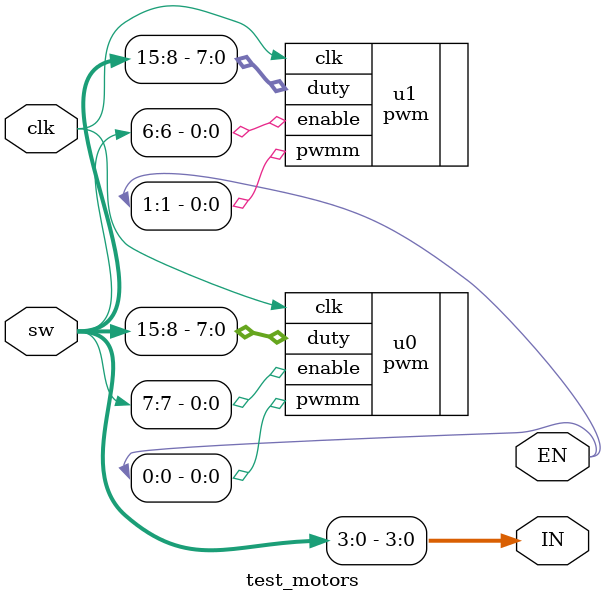
<source format=v>
module test_motors(
    input clk,
    input [15:0] sw,
    output [3:0] IN,
    output [1:0] EN);
    
    assign IN = sw[3:0];
        
    pwm u0
        (.clk(clk),
         .enable(sw[7]),
         .duty(sw[15:8]),
         .pwmm(EN[0]));
         
    pwm u1
        (.clk(clk),
         .enable(sw[6]),
         .duty(sw[15:8]),
         .pwmm(EN[1]));        
    
endmodule
</source>
